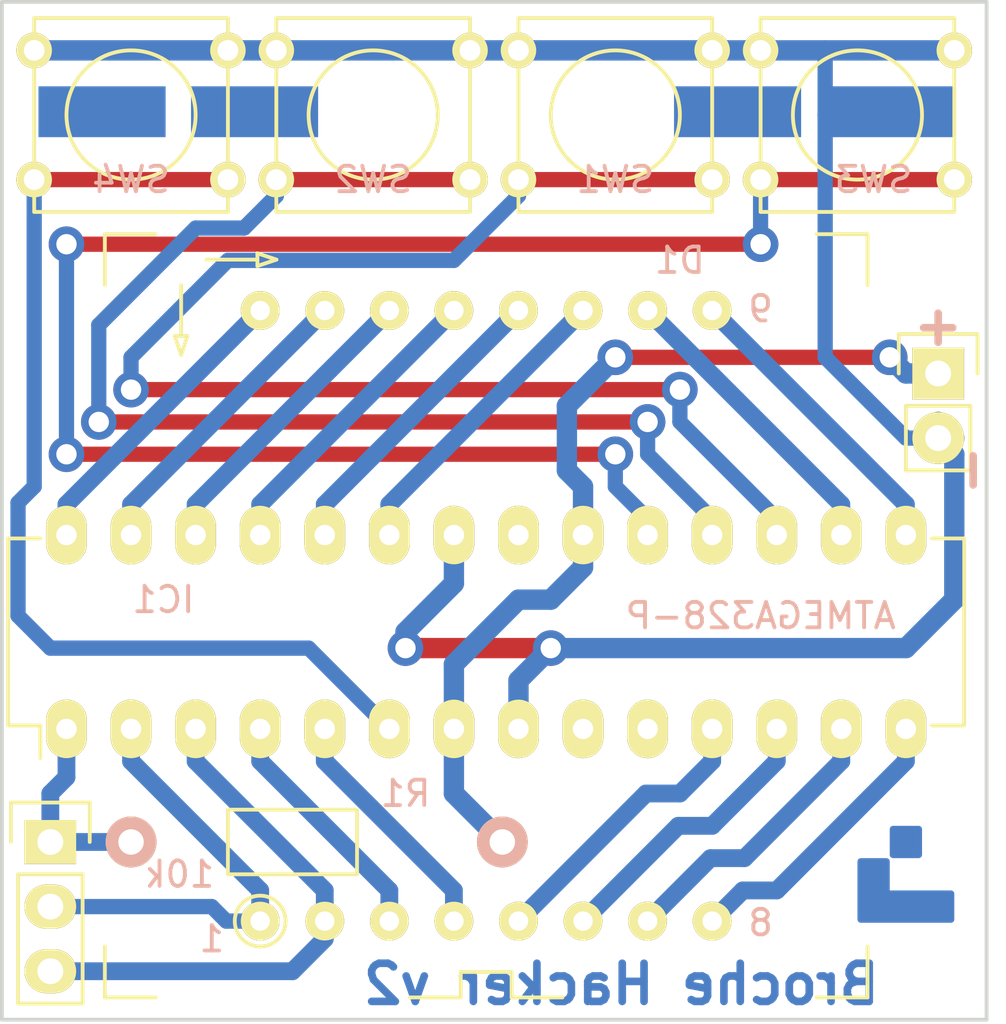
<source format=kicad_pcb>
(kicad_pcb (version 4) (host pcbnew 4.0.2-stable)

  (general
    (links 42)
    (no_connects 0)
    (area 140.941667 101.491 185.76 142.005001)
    (thickness 1.6)
    (drawings 7)
    (tracks 145)
    (zones 0)
    (modules 10)
    (nets 27)
  )

  (page A4)
  (layers
    (0 F.Cu signal)
    (31 B.Cu signal)
    (36 B.SilkS user)
    (37 F.SilkS user)
    (38 B.Mask user hide)
    (39 F.Mask user)
    (44 Edge.Cuts user)
  )

  (setup
    (last_trace_width 0.6)
    (trace_clearance 0.2)
    (zone_clearance 0.508)
    (zone_45_only no)
    (trace_min 0.25)
    (segment_width 0.2)
    (edge_width 0.15)
    (via_size 1.4)
    (via_drill 0.8)
    (via_min_size 0.4)
    (via_min_drill 0.16)
    (uvia_size 0.3)
    (uvia_drill 0.1)
    (uvias_allowed no)
    (uvia_min_size 0.2)
    (uvia_min_drill 0.1)
    (pcb_text_width 0.3)
    (pcb_text_size 1.5 1.5)
    (mod_edge_width 0.15)
    (mod_text_size 1 1)
    (mod_text_width 0.15)
    (pad_size 5 2)
    (pad_drill 0)
    (pad_to_mask_clearance 0.2)
    (aux_axis_origin 0 0)
    (visible_elements 7FFFFFFF)
    (pcbplotparams
      (layerselection 0x01050_80000000)
      (usegerberextensions true)
      (excludeedgelayer true)
      (linewidth 0.100000)
      (plotframeref false)
      (viasonmask false)
      (mode 1)
      (useauxorigin false)
      (hpglpennumber 1)
      (hpglpenspeed 20)
      (hpglpendiameter 15)
      (hpglpenoverlay 2)
      (psnegative false)
      (psa4output false)
      (plotreference true)
      (plotvalue true)
      (plotinvisibletext false)
      (padsonsilk false)
      (subtractmaskfromsilk false)
      (outputformat 1)
      (mirror false)
      (drillshape 0)
      (scaleselection 1)
      (outputdirectory gerbers/))
  )

  (net 0 "")
  (net 1 "Net-(IC1-Pad1)")
  (net 2 GND)
  (net 3 "Net-(IC1-Pad6)")
  (net 4 VCC)
  (net 5 /ROW5)
  (net 6 /ROW7)
  (net 7 /COL2)
  (net 8 /COL3)
  (net 9 /ROW8)
  (net 10 /COL5)
  (net 11 /ROW6)
  (net 12 /ROW3)
  (net 13 /ROW1)
  (net 14 /COL4)
  (net 15 /COL6)
  (net 16 /ROW4)
  (net 17 /COL1)
  (net 18 /ROW2)
  (net 19 /COL7)
  (net 20 /COL8)
  (net 21 "Net-(IC1-Pad17)")
  (net 22 "Net-(IC1-Pad18)")
  (net 23 "Net-(IC1-Pad19)")
  (net 24 "Net-(IC1-Pad21)")
  (net 25 "Net-(IC1-Pad9)")
  (net 26 "Net-(IC1-Pad10)")

  (net_class Default "This is the default net class."
    (clearance 0.2)
    (trace_width 0.6)
    (via_dia 1.4)
    (via_drill 0.8)
    (uvia_dia 0.3)
    (uvia_drill 0.1)
    (add_net /COL1)
    (add_net /COL2)
    (add_net /COL3)
    (add_net /COL4)
    (add_net /COL5)
    (add_net /COL6)
    (add_net /COL7)
    (add_net /COL8)
    (add_net /ROW1)
    (add_net /ROW2)
    (add_net /ROW3)
    (add_net /ROW4)
    (add_net /ROW5)
    (add_net /ROW6)
    (add_net /ROW7)
    (add_net /ROW8)
    (add_net "Net-(IC1-Pad1)")
    (add_net "Net-(IC1-Pad10)")
    (add_net "Net-(IC1-Pad17)")
    (add_net "Net-(IC1-Pad18)")
    (add_net "Net-(IC1-Pad19)")
    (add_net "Net-(IC1-Pad21)")
    (add_net "Net-(IC1-Pad6)")
    (add_net "Net-(IC1-Pad9)")
  )

  (net_class Power ""
    (clearance 0.2)
    (trace_width 0.8)
    (via_dia 1.4)
    (via_drill 0.8)
    (uvia_dia 0.3)
    (uvia_drill 0.1)
    (add_net GND)
    (add_net VCC)
  )

  (module akn_misc:LED_8x8_3MM_32x32MM (layer F.Cu) (tedit 57AA81FE) (tstamp 57A24A62)
    (at 163.195 125.73 90)
    (path /579A7CAA)
    (fp_text reference D1 (at 13.97 7.62 180) (layer B.SilkS)
      (effects (font (size 1 1) (thickness 0.15)) (justify mirror))
    )
    (fp_text value DISP_LED_MAT_8x8_COM_CAT (at -1.27 -19.685 270) (layer F.Fab)
      (effects (font (size 1 1) (thickness 0.15)))
    )
    (fp_line (start -16 16) (end -16 -16) (layer F.Fab) (width 0.15))
    (fp_line (start 16 16) (end -16 16) (layer F.Fab) (width 0.15))
    (fp_line (start 16 -16) (end 16 16) (layer F.Fab) (width 0.15))
    (fp_line (start -16 -16) (end 16 -16) (layer F.Fab) (width 0.15))
    (fp_line (start -15 1) (end -15 3) (layer F.SilkS) (width 0.15))
    (fp_line (start -15 -1) (end -15 -3) (layer F.SilkS) (width 0.15))
    (fp_line (start 15 15) (end 13 15) (layer F.SilkS) (width 0.15))
    (fp_line (start 15 13) (end 15 15) (layer F.SilkS) (width 0.15))
    (fp_line (start -15 15) (end -15 13) (layer F.SilkS) (width 0.15))
    (fp_line (start -13 15) (end -15 15) (layer F.SilkS) (width 0.15))
    (fp_line (start 15 -15) (end 15 -13) (layer F.SilkS) (width 0.15))
    (fp_line (start 13 -15) (end 15 -15) (layer F.SilkS) (width 0.15))
    (fp_line (start -15 -15) (end -13 -15) (layer F.SilkS) (width 0.15))
    (fp_line (start -15 -13) (end -15 -15) (layer F.SilkS) (width 0.15))
    (fp_line (start 13.75 -9) (end 14.25 -9) (layer F.SilkS) (width 0.15))
    (fp_line (start 14.25 -9) (end 14 -8.25) (layer F.SilkS) (width 0.15))
    (fp_line (start 14 -8.25) (end 13.75 -9) (layer F.SilkS) (width 0.15))
    (fp_line (start 11 -11.75) (end 11 -12.25) (layer F.SilkS) (width 0.15))
    (fp_line (start 11 -12.25) (end 10.25 -12) (layer F.SilkS) (width 0.15))
    (fp_line (start 10.25 -12) (end 11 -11.75) (layer F.SilkS) (width 0.15))
    (fp_line (start 14 -11) (end 14 -9) (layer F.SilkS) (width 0.15))
    (fp_line (start 13 -12) (end 11 -12) (layer F.SilkS) (width 0.15))
    (fp_text user 16 (at 12.065 -11.43 180) (layer B.SilkS) hide
      (effects (font (size 1 1) (thickness 0.15)) (justify mirror))
    )
    (fp_text user 9 (at 12.065 10.795 180) (layer B.SilkS)
      (effects (font (size 1 1) (thickness 0.15)) (justify mirror))
    )
    (fp_text user 8 (at -12.065 10.795 180) (layer B.SilkS)
      (effects (font (size 1 1) (thickness 0.15)) (justify mirror))
    )
    (fp_text user 1 (at -12.7 -10.795 180) (layer B.SilkS)
      (effects (font (size 1 1) (thickness 0.15)) (justify mirror))
    )
    (fp_circle (center -12 -8.89) (end -12 -7.89) (layer F.SilkS) (width 0.15))
    (fp_line (start -15 -1) (end -14 -1) (layer F.SilkS) (width 0.15))
    (fp_line (start -14 -1) (end -14 1) (layer F.SilkS) (width 0.15))
    (fp_line (start -14 1) (end -15 1) (layer F.SilkS) (width 0.15))
    (pad 1 thru_hole circle (at -12 -8.89 90) (size 1.524 1.524) (drill 0.762) (layers *.Cu *.Mask F.SilkS)
      (net 5 /ROW5))
    (pad 2 thru_hole circle (at -12 -6.35 90) (size 1.524 1.524) (drill 0.762) (layers *.Cu *.Mask F.SilkS)
      (net 6 /ROW7))
    (pad 3 thru_hole circle (at -12 -3.81 90) (size 1.524 1.524) (drill 0.762) (layers *.Cu *.Mask F.SilkS)
      (net 7 /COL2))
    (pad 4 thru_hole circle (at -12 -1.27 90) (size 1.524 1.524) (drill 0.762) (layers *.Cu *.Mask F.SilkS)
      (net 8 /COL3))
    (pad 5 thru_hole circle (at -12 1.27 90) (size 1.524 1.524) (drill 0.762) (layers *.Cu *.Mask F.SilkS)
      (net 9 /ROW8))
    (pad 6 thru_hole circle (at -12 3.81 90) (size 1.524 1.524) (drill 0.762) (layers *.Cu *.Mask F.SilkS)
      (net 10 /COL5))
    (pad 7 thru_hole circle (at -12 6.35 90) (size 1.524 1.524) (drill 0.762) (layers *.Cu *.Mask F.SilkS)
      (net 11 /ROW6))
    (pad 8 thru_hole circle (at -12 8.89 90) (size 1.524 1.524) (drill 0.762) (layers *.Cu *.Mask F.SilkS)
      (net 12 /ROW3))
    (pad 9 thru_hole circle (at 12 8.89 90) (size 1.524 1.524) (drill 0.762) (layers *.Cu *.Mask F.SilkS)
      (net 13 /ROW1))
    (pad 10 thru_hole circle (at 12 6.35 90) (size 1.524 1.524) (drill 0.762) (layers *.Cu *.Mask F.SilkS)
      (net 14 /COL4))
    (pad 11 thru_hole circle (at 12 3.81 90) (size 1.524 1.524) (drill 0.762) (layers *.Cu *.Mask F.SilkS)
      (net 15 /COL6))
    (pad 12 thru_hole circle (at 12 1.27 90) (size 1.524 1.524) (drill 0.762) (layers *.Cu *.Mask F.SilkS)
      (net 16 /ROW4))
    (pad 13 thru_hole circle (at 12 -1.27 90) (size 1.524 1.524) (drill 0.762) (layers *.Cu *.Mask F.SilkS)
      (net 17 /COL1))
    (pad 14 thru_hole circle (at 12 -3.81 90) (size 1.524 1.524) (drill 0.762) (layers *.Cu *.Mask F.SilkS)
      (net 18 /ROW2))
    (pad 15 thru_hole circle (at 12 -6.35 90) (size 1.524 1.524) (drill 0.762) (layers *.Cu *.Mask F.SilkS)
      (net 19 /COL7))
    (pad 16 thru_hole circle (at 12 -8.89 90) (size 1.524 1.524) (drill 0.762) (layers *.Cu *.Mask F.SilkS)
      (net 20 /COL8))
  )

  (module Housings_DIP:DIP-28_W7.62mm_LongPads (layer F.Cu) (tedit 57A93566) (tstamp 57A24A82)
    (at 146.685 130.175 90)
    (descr "28-lead dip package, row spacing 7.62 mm (300 mils), longer pads")
    (tags "dil dip 2.54 300")
    (path /57A2427A)
    (fp_text reference IC1 (at 5.08 3.81 180) (layer B.SilkS)
      (effects (font (size 1 1) (thickness 0.15)) (justify mirror))
    )
    (fp_text value ATMEGA328-P (at 4.445 27.305 180) (layer B.SilkS)
      (effects (font (size 1 1) (thickness 0.15)) (justify mirror))
    )
    (fp_line (start -1.4 -2.45) (end -1.4 35.5) (layer F.CrtYd) (width 0.05))
    (fp_line (start 9 -2.45) (end 9 35.5) (layer F.CrtYd) (width 0.05))
    (fp_line (start -1.4 -2.45) (end 9 -2.45) (layer F.CrtYd) (width 0.05))
    (fp_line (start -1.4 35.5) (end 9 35.5) (layer F.CrtYd) (width 0.05))
    (fp_line (start 0.135 -2.295) (end 0.135 -1.025) (layer F.SilkS) (width 0.15))
    (fp_line (start 7.485 -2.295) (end 7.485 -1.025) (layer F.SilkS) (width 0.15))
    (fp_line (start 7.485 35.315) (end 7.485 34.045) (layer F.SilkS) (width 0.15))
    (fp_line (start 0.135 35.315) (end 0.135 34.045) (layer F.SilkS) (width 0.15))
    (fp_line (start 0.135 -2.295) (end 7.485 -2.295) (layer F.SilkS) (width 0.15))
    (fp_line (start 0.135 35.315) (end 7.485 35.315) (layer F.SilkS) (width 0.15))
    (fp_line (start 0.135 -1.025) (end -1.15 -1.025) (layer F.SilkS) (width 0.15))
    (pad 1 thru_hole oval (at 0 0 90) (size 2.3 1.6) (drill 0.8) (layers *.Cu *.Mask F.SilkS)
      (net 1 "Net-(IC1-Pad1)"))
    (pad 2 thru_hole oval (at 0 2.54 90) (size 2.3 1.6) (drill 0.8) (layers *.Cu *.Mask F.SilkS)
      (net 5 /ROW5))
    (pad 3 thru_hole oval (at 0 5.08 90) (size 2.3 1.6) (drill 0.8) (layers *.Cu *.Mask F.SilkS)
      (net 6 /ROW7))
    (pad 4 thru_hole oval (at 0 7.62 90) (size 2.3 1.6) (drill 0.8) (layers *.Cu *.Mask F.SilkS)
      (net 7 /COL2))
    (pad 5 thru_hole oval (at 0 10.16 90) (size 2.3 1.6) (drill 0.8) (layers *.Cu *.Mask F.SilkS)
      (net 8 /COL3))
    (pad 6 thru_hole oval (at 0 12.7 90) (size 2.3 1.6) (drill 0.8) (layers *.Cu *.Mask F.SilkS)
      (net 3 "Net-(IC1-Pad6)"))
    (pad 7 thru_hole oval (at 0 15.24 90) (size 2.3 1.6) (drill 0.8) (layers *.Cu *.Mask F.SilkS)
      (net 4 VCC))
    (pad 8 thru_hole oval (at 0 17.78 90) (size 2.3 1.6) (drill 0.8) (layers *.Cu *.Mask F.SilkS)
      (net 2 GND))
    (pad 9 thru_hole oval (at 0 20.32 90) (size 2.3 1.6) (drill 0.8) (layers *.Cu *.Mask F.SilkS)
      (net 25 "Net-(IC1-Pad9)"))
    (pad 10 thru_hole oval (at 0 22.86 90) (size 2.3 1.6) (drill 0.8) (layers *.Cu *.Mask F.SilkS)
      (net 26 "Net-(IC1-Pad10)"))
    (pad 11 thru_hole oval (at 0 25.4 90) (size 2.3 1.6) (drill 0.8) (layers *.Cu *.Mask F.SilkS)
      (net 9 /ROW8))
    (pad 12 thru_hole oval (at 0 27.94 90) (size 2.3 1.6) (drill 0.8) (layers *.Cu *.Mask F.SilkS)
      (net 10 /COL5))
    (pad 13 thru_hole oval (at 0 30.48 90) (size 2.3 1.6) (drill 0.8) (layers *.Cu *.Mask F.SilkS)
      (net 11 /ROW6))
    (pad 14 thru_hole oval (at 0 33.02 90) (size 2.3 1.6) (drill 0.8) (layers *.Cu *.Mask F.SilkS)
      (net 12 /ROW3))
    (pad 15 thru_hole oval (at 7.62 33.02 90) (size 2.3 1.6) (drill 0.8) (layers *.Cu *.Mask F.SilkS)
      (net 13 /ROW1))
    (pad 16 thru_hole oval (at 7.62 30.48 90) (size 2.3 1.6) (drill 0.8) (layers *.Cu *.Mask F.SilkS)
      (net 14 /COL4))
    (pad 17 thru_hole oval (at 7.62 27.94 90) (size 2.3 1.6) (drill 0.8) (layers *.Cu *.Mask F.SilkS)
      (net 21 "Net-(IC1-Pad17)"))
    (pad 18 thru_hole oval (at 7.62 25.4 90) (size 2.3 1.6) (drill 0.8) (layers *.Cu *.Mask F.SilkS)
      (net 22 "Net-(IC1-Pad18)"))
    (pad 19 thru_hole oval (at 7.62 22.86 90) (size 2.3 1.6) (drill 0.8) (layers *.Cu *.Mask F.SilkS)
      (net 23 "Net-(IC1-Pad19)"))
    (pad 20 thru_hole oval (at 7.62 20.32 90) (size 2.3 1.6) (drill 0.8) (layers *.Cu *.Mask F.SilkS)
      (net 4 VCC))
    (pad 21 thru_hole oval (at 7.62 17.78 90) (size 2.3 1.6) (drill 0.8) (layers *.Cu *.Mask F.SilkS)
      (net 24 "Net-(IC1-Pad21)"))
    (pad 22 thru_hole oval (at 7.62 15.24 90) (size 2.3 1.6) (drill 0.8) (layers *.Cu *.Mask F.SilkS)
      (net 2 GND))
    (pad 23 thru_hole oval (at 7.62 12.7 90) (size 2.3 1.6) (drill 0.8) (layers *.Cu *.Mask F.SilkS)
      (net 15 /COL6))
    (pad 24 thru_hole oval (at 7.62 10.16 90) (size 2.3 1.6) (drill 0.8) (layers *.Cu *.Mask F.SilkS)
      (net 16 /ROW4))
    (pad 25 thru_hole oval (at 7.62 7.62 90) (size 2.3 1.6) (drill 0.8) (layers *.Cu *.Mask F.SilkS)
      (net 17 /COL1))
    (pad 26 thru_hole oval (at 7.62 5.08 90) (size 2.3 1.6) (drill 0.8) (layers *.Cu *.Mask F.SilkS)
      (net 18 /ROW2))
    (pad 27 thru_hole oval (at 7.62 2.54 90) (size 2.3 1.6) (drill 0.8) (layers *.Cu *.Mask F.SilkS)
      (net 19 /COL7))
    (pad 28 thru_hole oval (at 7.62 0 90) (size 2.3 1.6) (drill 0.8) (layers *.Cu *.Mask F.SilkS)
      (net 20 /COL8))
    (model Housings_DIP.3dshapes/DIP-28_W7.62mm_LongPads.wrl
      (at (xyz 0 0 0))
      (scale (xyz 1 1 1))
      (rotate (xyz 0 0 0))
    )
  )

  (module Pin_Headers:Pin_Header_Straight_1x02 (layer F.Cu) (tedit 57A25FE8) (tstamp 57A24A88)
    (at 180.975 116.205)
    (descr "Through hole pin header")
    (tags "pin header")
    (path /579A841D)
    (fp_text reference P1 (at 0 -3.175) (layer F.SilkS) hide
      (effects (font (size 1 1) (thickness 0.15)))
    )
    (fp_text value CONN_01X02 (at 3.81 0.635 90) (layer F.Fab)
      (effects (font (size 1 1) (thickness 0.15)))
    )
    (fp_line (start 1.27 1.27) (end 1.27 3.81) (layer F.SilkS) (width 0.15))
    (fp_line (start 1.55 -1.55) (end 1.55 0) (layer F.SilkS) (width 0.15))
    (fp_line (start -1.75 -1.75) (end -1.75 4.3) (layer F.CrtYd) (width 0.05))
    (fp_line (start 1.75 -1.75) (end 1.75 4.3) (layer F.CrtYd) (width 0.05))
    (fp_line (start -1.75 -1.75) (end 1.75 -1.75) (layer F.CrtYd) (width 0.05))
    (fp_line (start -1.75 4.3) (end 1.75 4.3) (layer F.CrtYd) (width 0.05))
    (fp_line (start 1.27 1.27) (end -1.27 1.27) (layer F.SilkS) (width 0.15))
    (fp_line (start -1.55 0) (end -1.55 -1.55) (layer F.SilkS) (width 0.15))
    (fp_line (start -1.55 -1.55) (end 1.55 -1.55) (layer F.SilkS) (width 0.15))
    (fp_line (start -1.27 1.27) (end -1.27 3.81) (layer F.SilkS) (width 0.15))
    (fp_line (start -1.27 3.81) (end 1.27 3.81) (layer F.SilkS) (width 0.15))
    (pad 1 thru_hole rect (at 0 0) (size 2.032 2.032) (drill 1.016) (layers *.Cu *.Mask F.SilkS)
      (net 4 VCC))
    (pad 2 thru_hole oval (at 0 2.54) (size 2.032 2.032) (drill 1.016) (layers *.Cu *.Mask F.SilkS)
      (net 2 GND))
    (model Pin_Headers.3dshapes/Pin_Header_Straight_1x02.wrl
      (at (xyz 0 -0.05 0))
      (scale (xyz 1 1 1))
      (rotate (xyz 0 0 90))
    )
  )

  (module Resistors_ThroughHole:Resistor_Horizontal_RM7mm (layer F.Cu) (tedit 57CF9CCB) (tstamp 57A24A8E)
    (at 159.385 134.62 180)
    (descr "Resistor, Axial,  RM 7.62mm, 1/3W,")
    (tags "Resistor Axial RM 7.62mm 1/3W R3")
    (path /57A24E82)
    (fp_text reference R1 (at -0.635 1.905 180) (layer B.SilkS)
      (effects (font (size 1 1) (thickness 0.15)) (justify mirror))
    )
    (fp_text value 10k (at 8.255 -1.27 180) (layer B.SilkS)
      (effects (font (size 1 1) (thickness 0.15)) (justify mirror))
    )
    (fp_line (start -1.25 -1.5) (end 8.85 -1.5) (layer F.CrtYd) (width 0.05))
    (fp_line (start -1.25 1.5) (end -1.25 -1.5) (layer F.CrtYd) (width 0.05))
    (fp_line (start 8.85 -1.5) (end 8.85 1.5) (layer F.CrtYd) (width 0.05))
    (fp_line (start -1.25 1.5) (end 8.85 1.5) (layer F.CrtYd) (width 0.05))
    (fp_line (start 1.27 -1.27) (end 6.35 -1.27) (layer F.SilkS) (width 0.15))
    (fp_line (start 6.35 -1.27) (end 6.35 1.27) (layer F.SilkS) (width 0.15))
    (fp_line (start 6.35 1.27) (end 1.27 1.27) (layer F.SilkS) (width 0.15))
    (fp_line (start 1.27 1.27) (end 1.27 -1.27) (layer F.SilkS) (width 0.15))
    (pad 1 thru_hole circle (at -4.445 0 180) (size 1.99898 1.99898) (drill 1.00076) (layers *.Cu *.SilkS *.Mask)
      (net 4 VCC))
    (pad 2 thru_hole circle (at 10.16 0 180) (size 1.99898 1.99898) (drill 1.00076) (layers *.Cu *.SilkS *.Mask)
      (net 1 "Net-(IC1-Pad1)"))
  )

  (module Pin_Headers:Pin_Header_Straight_1x03 (layer F.Cu) (tedit 57A933B6) (tstamp 57A92AD3)
    (at 146.05 134.62)
    (descr "Through hole pin header")
    (tags "pin header")
    (path /57A92B5E)
    (fp_text reference P2 (at 0 -5.1) (layer F.SilkS) hide
      (effects (font (size 1 1) (thickness 0.15)))
    )
    (fp_text value CONN_01X03 (at 0 -3.1) (layer F.Fab)
      (effects (font (size 1 1) (thickness 0.15)))
    )
    (fp_line (start -1.75 -1.75) (end -1.75 6.85) (layer F.CrtYd) (width 0.05))
    (fp_line (start 1.75 -1.75) (end 1.75 6.85) (layer F.CrtYd) (width 0.05))
    (fp_line (start -1.75 -1.75) (end 1.75 -1.75) (layer F.CrtYd) (width 0.05))
    (fp_line (start -1.75 6.85) (end 1.75 6.85) (layer F.CrtYd) (width 0.05))
    (fp_line (start -1.27 1.27) (end -1.27 6.35) (layer F.SilkS) (width 0.15))
    (fp_line (start -1.27 6.35) (end 1.27 6.35) (layer F.SilkS) (width 0.15))
    (fp_line (start 1.27 6.35) (end 1.27 1.27) (layer F.SilkS) (width 0.15))
    (fp_line (start 1.55 -1.55) (end 1.55 0) (layer F.SilkS) (width 0.15))
    (fp_line (start 1.27 1.27) (end -1.27 1.27) (layer F.SilkS) (width 0.15))
    (fp_line (start -1.55 0) (end -1.55 -1.55) (layer F.SilkS) (width 0.15))
    (fp_line (start -1.55 -1.55) (end 1.55 -1.55) (layer F.SilkS) (width 0.15))
    (pad 1 thru_hole rect (at 0 0) (size 2.032 1.7272) (drill 1.016) (layers *.Cu *.Mask F.SilkS)
      (net 1 "Net-(IC1-Pad1)"))
    (pad 2 thru_hole oval (at 0 2.54) (size 2.032 1.7272) (drill 1.016) (layers *.Cu *.Mask F.SilkS)
      (net 5 /ROW5))
    (pad 3 thru_hole oval (at 0 5.08) (size 2.032 1.7272) (drill 1.016) (layers *.Cu *.Mask F.SilkS)
      (net 6 /ROW7))
    (model Pin_Headers.3dshapes/Pin_Header_Straight_1x03.wrl
      (at (xyz 0 -0.1 0))
      (scale (xyz 1 1 1))
      (rotate (xyz 0 0 90))
    )
  )

  (module Buttons_Switches_ThroughHole:SW_PUSH_SMALL (layer F.Cu) (tedit 57AA821D) (tstamp 57A92ADB)
    (at 168.275 106.045 180)
    (path /57A928C7)
    (fp_text reference SW1 (at 0 -2.54 180) (layer B.SilkS)
      (effects (font (size 1 1) (thickness 0.15)) (justify mirror))
    )
    (fp_text value SW_PUSH (at 0 1.016 180) (layer F.Fab)
      (effects (font (size 1 1) (thickness 0.15)))
    )
    (fp_circle (center 0 0) (end 0 -2.54) (layer F.SilkS) (width 0.15))
    (fp_line (start -3.81 -3.81) (end 3.81 -3.81) (layer F.SilkS) (width 0.15))
    (fp_line (start 3.81 -3.81) (end 3.81 3.81) (layer F.SilkS) (width 0.15))
    (fp_line (start 3.81 3.81) (end -3.81 3.81) (layer F.SilkS) (width 0.15))
    (fp_line (start -3.81 -3.81) (end -3.81 3.81) (layer F.SilkS) (width 0.15))
    (pad 1 thru_hole circle (at 3.81 -2.54 180) (size 1.397 1.397) (drill 0.8128) (layers *.Cu *.Mask F.SilkS)
      (net 21 "Net-(IC1-Pad17)"))
    (pad 2 thru_hole circle (at 3.81 2.54 180) (size 1.397 1.397) (drill 0.8128) (layers *.Cu *.Mask F.SilkS)
      (net 2 GND))
    (pad 1 thru_hole circle (at -3.81 -2.54 180) (size 1.397 1.397) (drill 0.8128) (layers *.Cu *.Mask F.SilkS)
      (net 21 "Net-(IC1-Pad17)"))
    (pad 2 thru_hole circle (at -3.81 2.54 180) (size 1.397 1.397) (drill 0.8128) (layers *.Cu *.Mask F.SilkS)
      (net 2 GND))
  )

  (module Buttons_Switches_ThroughHole:SW_PUSH_SMALL (layer F.Cu) (tedit 57AA8222) (tstamp 57A92AE3)
    (at 158.75 106.045 180)
    (path /57A92895)
    (fp_text reference SW2 (at 0 -2.54 180) (layer B.SilkS)
      (effects (font (size 1 1) (thickness 0.15)) (justify mirror))
    )
    (fp_text value SW_PUSH (at 0 1.016 180) (layer F.Fab)
      (effects (font (size 1 1) (thickness 0.15)))
    )
    (fp_circle (center 0 0) (end 0 -2.54) (layer F.SilkS) (width 0.15))
    (fp_line (start -3.81 -3.81) (end 3.81 -3.81) (layer F.SilkS) (width 0.15))
    (fp_line (start 3.81 -3.81) (end 3.81 3.81) (layer F.SilkS) (width 0.15))
    (fp_line (start 3.81 3.81) (end -3.81 3.81) (layer F.SilkS) (width 0.15))
    (fp_line (start -3.81 -3.81) (end -3.81 3.81) (layer F.SilkS) (width 0.15))
    (pad 1 thru_hole circle (at 3.81 -2.54 180) (size 1.397 1.397) (drill 0.8128) (layers *.Cu *.Mask F.SilkS)
      (net 22 "Net-(IC1-Pad18)"))
    (pad 2 thru_hole circle (at 3.81 2.54 180) (size 1.397 1.397) (drill 0.8128) (layers *.Cu *.Mask F.SilkS)
      (net 2 GND))
    (pad 1 thru_hole circle (at -3.81 -2.54 180) (size 1.397 1.397) (drill 0.8128) (layers *.Cu *.Mask F.SilkS)
      (net 22 "Net-(IC1-Pad18)"))
    (pad 2 thru_hole circle (at -3.81 2.54 180) (size 1.397 1.397) (drill 0.8128) (layers *.Cu *.Mask F.SilkS)
      (net 2 GND))
  )

  (module Buttons_Switches_ThroughHole:SW_PUSH_SMALL (layer F.Cu) (tedit 57CF9CD7) (tstamp 57A92AEB)
    (at 177.8 106.045 180)
    (path /57A92846)
    (fp_text reference SW3 (at -0.635 -2.54 180) (layer B.SilkS)
      (effects (font (size 1 1) (thickness 0.15)) (justify mirror))
    )
    (fp_text value SW_PUSH (at 0 1.016 180) (layer F.Fab)
      (effects (font (size 1 1) (thickness 0.15)))
    )
    (fp_circle (center 0 0) (end 0 -2.54) (layer F.SilkS) (width 0.15))
    (fp_line (start -3.81 -3.81) (end 3.81 -3.81) (layer F.SilkS) (width 0.15))
    (fp_line (start 3.81 -3.81) (end 3.81 3.81) (layer F.SilkS) (width 0.15))
    (fp_line (start 3.81 3.81) (end -3.81 3.81) (layer F.SilkS) (width 0.15))
    (fp_line (start -3.81 -3.81) (end -3.81 3.81) (layer F.SilkS) (width 0.15))
    (pad 1 thru_hole circle (at 3.81 -2.54 180) (size 1.397 1.397) (drill 0.8128) (layers *.Cu *.Mask F.SilkS)
      (net 23 "Net-(IC1-Pad19)"))
    (pad 2 thru_hole circle (at 3.81 2.54 180) (size 1.397 1.397) (drill 0.8128) (layers *.Cu *.Mask F.SilkS)
      (net 2 GND))
    (pad 1 thru_hole circle (at -3.81 -2.54 180) (size 1.397 1.397) (drill 0.8128) (layers *.Cu *.Mask F.SilkS)
      (net 23 "Net-(IC1-Pad19)"))
    (pad 2 thru_hole circle (at -3.81 2.54 180) (size 1.397 1.397) (drill 0.8128) (layers *.Cu *.Mask F.SilkS)
      (net 2 GND))
  )

  (module Buttons_Switches_ThroughHole:SW_PUSH_SMALL (layer F.Cu) (tedit 57AA8227) (tstamp 57A92AF3)
    (at 149.225 106.045 180)
    (path /57A927FF)
    (fp_text reference SW4 (at 0 -2.54 180) (layer B.SilkS)
      (effects (font (size 1 1) (thickness 0.15)) (justify mirror))
    )
    (fp_text value SW_PUSH (at 0 1.016 180) (layer F.Fab)
      (effects (font (size 1 1) (thickness 0.15)))
    )
    (fp_circle (center 0 0) (end 0 -2.54) (layer F.SilkS) (width 0.15))
    (fp_line (start -3.81 -3.81) (end 3.81 -3.81) (layer F.SilkS) (width 0.15))
    (fp_line (start 3.81 -3.81) (end 3.81 3.81) (layer F.SilkS) (width 0.15))
    (fp_line (start 3.81 3.81) (end -3.81 3.81) (layer F.SilkS) (width 0.15))
    (fp_line (start -3.81 -3.81) (end -3.81 3.81) (layer F.SilkS) (width 0.15))
    (pad 1 thru_hole circle (at 3.81 -2.54 180) (size 1.397 1.397) (drill 0.8128) (layers *.Cu *.Mask F.SilkS)
      (net 3 "Net-(IC1-Pad6)"))
    (pad 2 thru_hole circle (at 3.81 2.54 180) (size 1.397 1.397) (drill 0.8128) (layers *.Cu *.Mask F.SilkS)
      (net 2 GND))
    (pad 1 thru_hole circle (at -3.81 -2.54 180) (size 1.397 1.397) (drill 0.8128) (layers *.Cu *.Mask F.SilkS)
      (net 3 "Net-(IC1-Pad6)"))
    (pad 2 thru_hole circle (at -3.81 2.54 180) (size 1.397 1.397) (drill 0.8128) (layers *.Cu *.Mask F.SilkS)
      (net 2 GND))
  )

  (module safety_pin:safety_pin_2.5_3.5_4.5mm (layer B.Cu) (tedit 57AA81E4) (tstamp 57AA7CAD)
    (at 164.084 105.918)
    (fp_text reference REF** (at 0 0) (layer B.SilkS) hide
      (effects (font (size 1 1) (thickness 0.15)) (justify mirror))
    )
    (fp_text value safety_pin_2.5_3.5_4.5mm (at 0.508 -3.302) (layer B.Fab)
      (effects (font (size 1 1) (thickness 0.15)) (justify mirror))
    )
    (pad 1 smd rect (at -16 0) (size 5 2) (layers B.Cu B.Mask))
    (pad 1 smd rect (at 15 0) (size 5 2) (layers B.Cu B.Mask)
      (net 2 GND))
    (pad 1 smd rect (at 9 0) (size 5 2) (layers B.Cu B.Mask))
    (pad 1 smd rect (at -10 0) (size 5 2) (layers B.Cu B.Mask))
  )

  (gr_line (start 182.88 141.605) (end 182.88 101.6) (angle 90) (layer Edge.Cuts) (width 0.15))
  (gr_line (start 144.145 101.6) (end 144.145 141.605) (angle 90) (layer Edge.Cuts) (width 0.15))
  (gr_line (start 182.88 101.6) (end 144.145 101.6) (angle 90) (layer Edge.Cuts) (width 0.15))
  (gr_line (start 182.88 141.605) (end 144.145 141.605) (angle 90) (layer Edge.Cuts) (width 0.15))
  (gr_text - (at 182.245 120.015 90) (layer B.SilkS)
    (effects (font (size 1.5 1.5) (thickness 0.3)) (justify mirror))
  )
  (gr_text + (at 180.975 114.3) (layer B.SilkS)
    (effects (font (size 1.5 1.5) (thickness 0.3)) (justify mirror))
  )
  (gr_text "Broche Hacker v2" (at 178.816 140.208) (layer B.Cu)
    (effects (font (size 1.5 1.5) (thickness 0.3)) (justify left mirror))
  )

  (segment (start 146.685 130.175) (end 146.685 132.08) (width 0.7) (layer B.Cu) (net 1) (status 10))
  (segment (start 146.05 132.715) (end 146.05 134.62) (width 0.7) (layer B.Cu) (net 1) (tstamp 57CF95F7))
  (segment (start 146.685 132.08) (end 146.05 132.715) (width 0.7) (layer B.Cu) (net 1) (tstamp 57CF95F6))
  (segment (start 149.225 134.62) (end 146.05 134.62) (width 0.7) (layer B.Cu) (net 1))
  (segment (start 176.53 106.045) (end 178.957 106.045) (width 0.6) (layer B.Cu) (net 2))
  (segment (start 178.957 106.045) (end 179.084 105.918) (width 0.6) (layer B.Cu) (net 2) (tstamp 57CF9B8E))
  (segment (start 180.975 118.745) (end 179.705 118.745) (width 0.6) (layer B.Cu) (net 2))
  (segment (start 176.53 115.57) (end 176.53 106.045) (width 0.6) (layer B.Cu) (net 2) (tstamp 57CF9B84))
  (segment (start 176.53 106.045) (end 176.53 103.505) (width 0.6) (layer B.Cu) (net 2) (tstamp 57CF9B8C))
  (segment (start 179.705 118.745) (end 176.53 115.57) (width 0.6) (layer B.Cu) (net 2) (tstamp 57CF9B7F))
  (segment (start 180.975 118.745) (end 181.61 119.38) (width 0.8) (layer B.Cu) (net 2))
  (segment (start 181.61 119.38) (end 181.61 125.095) (width 0.8) (layer B.Cu) (net 2) (tstamp 57CF9A7F))
  (segment (start 179.705 127) (end 165.735 127) (width 0.8) (layer B.Cu) (net 2) (tstamp 57CF9A84))
  (segment (start 181.61 125.095) (end 179.705 127) (width 0.8) (layer B.Cu) (net 2) (tstamp 57CF9A81))
  (segment (start 160.02 127) (end 160.02 126.365) (width 0.8) (layer B.Cu) (net 2))
  (segment (start 160.02 126.365) (end 161.925 124.46) (width 0.8) (layer B.Cu) (net 2) (tstamp 57CF9978))
  (segment (start 161.925 122.555) (end 161.925 124.46) (width 0.8) (layer B.Cu) (net 2) (status 10))
  (segment (start 164.465 128.27) (end 164.465 130.175) (width 0.8) (layer B.Cu) (net 2) (tstamp 57CF996A) (status 20))
  (segment (start 165.735 127) (end 164.465 128.27) (width 0.8) (layer B.Cu) (net 2) (tstamp 57CF9969))
  (via (at 165.735 127) (size 1.4) (drill 0.8) (layers F.Cu B.Cu) (net 2))
  (segment (start 160.655 127) (end 165.735 127) (width 0.8) (layer F.Cu) (net 2) (tstamp 57CF9965))
  (segment (start 160.02 127) (end 160.655 127) (width 0.8) (layer F.Cu) (net 2) (tstamp 57CF9964))
  (via (at 160.02 127) (size 1.4) (drill 0.8) (layers F.Cu B.Cu) (net 2))
  (segment (start 153.035 103.505) (end 145.415 103.505) (width 0.8) (layer B.Cu) (net 2))
  (segment (start 154.94 103.505) (end 153.035 103.505) (width 0.8) (layer B.Cu) (net 2))
  (segment (start 162.56 103.505) (end 154.94 103.505) (width 0.8) (layer B.Cu) (net 2))
  (segment (start 164.465 103.505) (end 162.56 103.505) (width 0.8) (layer B.Cu) (net 2))
  (segment (start 172.085 103.505) (end 164.465 103.505) (width 0.8) (layer B.Cu) (net 2))
  (segment (start 173.99 103.505) (end 172.085 103.505) (width 0.8) (layer B.Cu) (net 2))
  (segment (start 176.53 103.505) (end 173.99 103.505) (width 0.8) (layer B.Cu) (net 2))
  (segment (start 176.53 103.505) (end 181.61 103.505) (width 0.8) (layer B.Cu) (net 2) (tstamp 57CF9796))
  (segment (start 181.61 118.745) (end 180.975 118.11) (width 0.8) (layer B.Cu) (net 2) (tstamp 57CF99F6))
  (segment (start 180.975 118.11) (end 180.975 118.745) (width 0.8) (layer B.Cu) (net 2))
  (segment (start 153.035 108.585) (end 145.415 108.585) (width 0.6) (layer F.Cu) (net 3))
  (segment (start 145.415 108.585) (end 145.415 120.65) (width 0.6) (layer B.Cu) (net 3))
  (segment (start 156.21 127) (end 159.385 130.175) (width 0.6) (layer B.Cu) (net 3) (tstamp 57CF9682) (status 20))
  (segment (start 146.05 127) (end 156.21 127) (width 0.6) (layer B.Cu) (net 3) (tstamp 57CF967E))
  (segment (start 144.78 125.73) (end 146.05 127) (width 0.6) (layer B.Cu) (net 3) (tstamp 57CF967C))
  (segment (start 144.78 121.285) (end 144.78 125.73) (width 0.6) (layer B.Cu) (net 3) (tstamp 57CF9679))
  (segment (start 145.415 120.65) (end 144.78 121.285) (width 0.6) (layer B.Cu) (net 3) (tstamp 57CF9674))
  (segment (start 168.275 115.57) (end 166.37 117.475) (width 0.8) (layer B.Cu) (net 4))
  (segment (start 166.37 117.475) (end 166.37 120.015) (width 0.8) (layer B.Cu) (net 4) (tstamp 57CF9C3B))
  (segment (start 166.37 120.015) (end 167.005 120.65) (width 0.8) (layer B.Cu) (net 4) (tstamp 57CF9C3D))
  (segment (start 167.005 120.65) (end 167.005 122.555) (width 0.8) (layer B.Cu) (net 4) (tstamp 57CF9C41) (status 20))
  (segment (start 179.07 115.57) (end 179.705 116.205) (width 0.8) (layer B.Cu) (net 4))
  (segment (start 179.705 116.205) (end 180.975 116.205) (width 0.8) (layer B.Cu) (net 4) (tstamp 57CF9C2E))
  (via (at 179.07 115.57) (size 1.4) (drill 0.8) (layers F.Cu B.Cu) (net 4))
  (segment (start 168.275 115.57) (end 179.07 115.57) (width 0.6) (layer F.Cu) (net 4) (tstamp 57CF9B73))
  (via (at 168.275 115.57) (size 1.4) (drill 0.8) (layers F.Cu B.Cu) (net 4))
  (segment (start 161.925 130.175) (end 161.925 127.635) (width 0.8) (layer B.Cu) (net 4) (status 10))
  (segment (start 167.005 123.825) (end 167.005 122.555) (width 0.8) (layer B.Cu) (net 4) (tstamp 57CF995B) (status 20))
  (segment (start 165.735 125.095) (end 167.005 123.825) (width 0.8) (layer B.Cu) (net 4) (tstamp 57CF9959))
  (segment (start 164.465 125.095) (end 165.735 125.095) (width 0.8) (layer B.Cu) (net 4) (tstamp 57CF9958))
  (segment (start 161.925 127.635) (end 164.465 125.095) (width 0.8) (layer B.Cu) (net 4) (tstamp 57CF9953))
  (segment (start 161.925 130.175) (end 161.925 132.715) (width 0.8) (layer B.Cu) (net 4) (status 10))
  (segment (start 161.925 132.715) (end 163.83 134.62) (width 0.8) (layer B.Cu) (net 4) (tstamp 57CF9584))
  (segment (start 154.305 137.73) (end 152.97 137.73) (width 0.6) (layer B.Cu) (net 5))
  (segment (start 152.4 137.16) (end 146.05 137.16) (width 0.6) (layer B.Cu) (net 5) (tstamp 57CF9CBD))
  (segment (start 152.97 137.73) (end 152.4 137.16) (width 0.6) (layer B.Cu) (net 5) (tstamp 57CF9CBB))
  (segment (start 149.225 130.175) (end 149.225 131.445) (width 0.7) (layer B.Cu) (net 5) (status 10))
  (segment (start 154.305 136.525) (end 154.305 137.73) (width 0.7) (layer B.Cu) (net 5) (tstamp 57CF9571))
  (segment (start 149.225 131.445) (end 154.305 136.525) (width 0.7) (layer B.Cu) (net 5) (tstamp 57CF956F))
  (segment (start 146.05 139.7) (end 155.575 139.7) (width 0.7) (layer B.Cu) (net 6))
  (segment (start 155.575 139.7) (end 156.845 138.43) (width 0.7) (layer B.Cu) (net 6) (tstamp 57CF95EE))
  (segment (start 156.845 138.43) (end 156.845 137.73) (width 0.7) (layer B.Cu) (net 6) (tstamp 57CF95F1))
  (segment (start 151.765 130.175) (end 151.765 131.445) (width 0.7) (layer B.Cu) (net 6) (status 10))
  (segment (start 156.845 136.525) (end 156.845 137.73) (width 0.7) (layer B.Cu) (net 6) (tstamp 57CF9579))
  (segment (start 151.765 131.445) (end 156.845 136.525) (width 0.7) (layer B.Cu) (net 6) (tstamp 57CF9577))
  (segment (start 154.305 130.175) (end 154.305 131.445) (width 0.7) (layer B.Cu) (net 7) (status 10))
  (segment (start 159.385 136.525) (end 159.385 137.73) (width 0.7) (layer B.Cu) (net 7) (tstamp 57CF957D))
  (segment (start 154.305 131.445) (end 159.385 136.525) (width 0.7) (layer B.Cu) (net 7) (tstamp 57CF957C))
  (segment (start 156.845 130.175) (end 156.845 131.445) (width 0.7) (layer B.Cu) (net 8) (status 10))
  (segment (start 161.925 136.525) (end 161.925 137.73) (width 0.7) (layer B.Cu) (net 8) (tstamp 57CF9581))
  (segment (start 156.845 131.445) (end 161.925 136.525) (width 0.7) (layer B.Cu) (net 8) (tstamp 57CF9580))
  (segment (start 172.085 130.175) (end 172.085 131.445) (width 0.7) (layer B.Cu) (net 9) (status 10))
  (segment (start 169.48 132.715) (end 164.465 137.73) (width 0.7) (layer B.Cu) (net 9) (tstamp 57CF95CA))
  (segment (start 170.815 132.715) (end 169.48 132.715) (width 0.7) (layer B.Cu) (net 9) (tstamp 57CF95C8))
  (segment (start 172.085 131.445) (end 170.815 132.715) (width 0.7) (layer B.Cu) (net 9) (tstamp 57CF95C2))
  (segment (start 174.625 130.175) (end 174.625 131.445) (width 0.7) (layer B.Cu) (net 10) (status 10))
  (segment (start 170.75 133.985) (end 167.005 137.73) (width 0.7) (layer B.Cu) (net 10) (tstamp 57CF95D2))
  (segment (start 172.085 133.985) (end 170.75 133.985) (width 0.7) (layer B.Cu) (net 10) (tstamp 57CF95D1))
  (segment (start 174.625 131.445) (end 172.085 133.985) (width 0.7) (layer B.Cu) (net 10) (tstamp 57CF95CE))
  (segment (start 177.165 130.175) (end 177.165 131.445) (width 0.7) (layer B.Cu) (net 11) (status 10))
  (segment (start 172.02 135.255) (end 169.545 137.73) (width 0.7) (layer B.Cu) (net 11) (tstamp 57CF95D9))
  (segment (start 173.355 135.255) (end 172.02 135.255) (width 0.7) (layer B.Cu) (net 11) (tstamp 57CF95D7))
  (segment (start 177.165 131.445) (end 173.355 135.255) (width 0.7) (layer B.Cu) (net 11) (tstamp 57CF95D5))
  (segment (start 179.705 130.175) (end 179.705 131.445) (width 0.7) (layer B.Cu) (net 12) (status 10))
  (segment (start 173.29 136.525) (end 172.085 137.73) (width 0.7) (layer B.Cu) (net 12) (tstamp 57CF95E1))
  (segment (start 174.625 136.525) (end 173.29 136.525) (width 0.7) (layer B.Cu) (net 12) (tstamp 57CF95DE))
  (segment (start 179.705 131.445) (end 174.625 136.525) (width 0.7) (layer B.Cu) (net 12) (tstamp 57CF95DC))
  (segment (start 179.705 122.555) (end 179.705 121.35) (width 0.7) (layer B.Cu) (net 13) (status 10))
  (segment (start 179.705 121.35) (end 172.085 113.73) (width 0.7) (layer B.Cu) (net 13) (tstamp 57CF9617))
  (segment (start 177.165 122.555) (end 177.165 121.35) (width 0.7) (layer B.Cu) (net 14) (status 10))
  (segment (start 177.165 121.35) (end 169.545 113.73) (width 0.7) (layer B.Cu) (net 14) (tstamp 57CF9614))
  (segment (start 159.385 122.555) (end 159.385 121.35) (width 0.7) (layer B.Cu) (net 15) (status 10))
  (segment (start 159.385 121.35) (end 167.005 113.73) (width 0.7) (layer B.Cu) (net 15) (tstamp 57CF9610))
  (segment (start 156.845 122.555) (end 156.845 121.35) (width 0.7) (layer B.Cu) (net 16) (status 10))
  (segment (start 156.845 121.35) (end 164.465 113.73) (width 0.7) (layer B.Cu) (net 16) (tstamp 57CF960D))
  (segment (start 154.305 122.555) (end 154.305 121.35) (width 0.7) (layer B.Cu) (net 17) (status 10))
  (segment (start 154.305 121.35) (end 161.925 113.73) (width 0.7) (layer B.Cu) (net 17) (tstamp 57CF960A))
  (segment (start 151.765 122.555) (end 151.765 121.35) (width 0.7) (layer B.Cu) (net 18) (status 10))
  (segment (start 151.765 121.35) (end 159.385 113.73) (width 0.7) (layer B.Cu) (net 18) (tstamp 57CF9607))
  (segment (start 149.225 122.555) (end 149.225 121.35) (width 0.7) (layer B.Cu) (net 19) (status 10))
  (segment (start 149.225 121.35) (end 156.845 113.73) (width 0.7) (layer B.Cu) (net 19) (tstamp 57CF9604))
  (segment (start 146.685 122.555) (end 146.685 121.35) (width 0.7) (layer B.Cu) (net 20) (status 10))
  (segment (start 146.685 121.35) (end 154.305 113.73) (width 0.7) (layer B.Cu) (net 20) (tstamp 57CF9600))
  (segment (start 170.815 116.84) (end 170.815 118.11) (width 0.6) (layer B.Cu) (net 21))
  (segment (start 170.815 118.11) (end 174.625 121.92) (width 0.6) (layer B.Cu) (net 21) (tstamp 57CF9AE9) (status 20))
  (segment (start 174.625 121.92) (end 174.625 122.555) (width 0.6) (layer B.Cu) (net 21) (tstamp 57CF9AEB) (status 30))
  (segment (start 149.225 116.84) (end 149.225 115.57) (width 0.6) (layer B.Cu) (net 21))
  (segment (start 153.035 111.76) (end 161.925 111.76) (width 0.6) (layer B.Cu) (net 21) (tstamp 57CF99EB))
  (segment (start 149.225 115.57) (end 153.035 111.76) (width 0.6) (layer B.Cu) (net 21) (tstamp 57CF99EA))
  (segment (start 170.815 116.84) (end 149.225 116.84) (width 0.6) (layer F.Cu) (net 21) (tstamp 57CF9815))
  (via (at 170.815 116.84) (size 1.4) (drill 0.8) (layers F.Cu B.Cu) (net 21))
  (segment (start 161.925 111.76) (end 164.465 109.22) (width 0.6) (layer B.Cu) (net 21) (tstamp 57CF9831))
  (via (at 149.225 116.84) (size 1.4) (drill 0.8) (layers F.Cu B.Cu) (net 21))
  (segment (start 164.465 108.585) (end 172.085 108.585) (width 0.6) (layer F.Cu) (net 21))
  (segment (start 164.465 109.22) (end 164.465 108.585) (width 0.6) (layer B.Cu) (net 21) (tstamp 57CF9834))
  (segment (start 174.625 122.555) (end 174.625 121.92) (width 0.6) (layer B.Cu) (net 21) (status 30))
  (segment (start 169.545 118.11) (end 169.545 119.38) (width 0.6) (layer B.Cu) (net 22))
  (segment (start 169.545 119.38) (end 172.085 121.92) (width 0.6) (layer B.Cu) (net 22) (tstamp 57CF9AEE) (status 20))
  (segment (start 172.085 121.92) (end 172.085 122.555) (width 0.6) (layer B.Cu) (net 22) (tstamp 57CF9AEF) (status 30))
  (segment (start 147.955 118.11) (end 147.955 114.3) (width 0.6) (layer B.Cu) (net 22))
  (segment (start 153.67 110.49) (end 154.94 109.22) (width 0.6) (layer B.Cu) (net 22) (tstamp 57CF98B1))
  (segment (start 151.765 110.49) (end 153.67 110.49) (width 0.6) (layer B.Cu) (net 22) (tstamp 57CF98AB))
  (segment (start 147.955 114.3) (end 151.765 110.49) (width 0.6) (layer B.Cu) (net 22) (tstamp 57CF990B))
  (via (at 147.955 118.11) (size 1.4) (drill 0.8) (layers F.Cu B.Cu) (net 22))
  (segment (start 169.545 118.11) (end 147.955 118.11) (width 0.6) (layer F.Cu) (net 22) (tstamp 57CF989E))
  (via (at 169.545 118.11) (size 1.4) (drill 0.8) (layers F.Cu B.Cu) (net 22))
  (segment (start 172.085 122.555) (end 172.085 121.92) (width 0.6) (layer B.Cu) (net 22) (status 30))
  (segment (start 154.94 109.22) (end 154.94 108.585) (width 0.6) (layer B.Cu) (net 22) (tstamp 57CF98B2))
  (segment (start 162.56 108.585) (end 154.94 108.585) (width 0.6) (layer F.Cu) (net 22))
  (segment (start 168.275 119.38) (end 168.275 120.65) (width 0.6) (layer B.Cu) (net 23))
  (via (at 168.275 119.38) (size 1.4) (drill 0.8) (layers F.Cu B.Cu) (net 23))
  (segment (start 168.275 119.38) (end 146.685 119.38) (width 0.6) (layer F.Cu) (net 23) (tstamp 57CF98EB))
  (via (at 146.685 119.38) (size 1.4) (drill 0.8) (layers F.Cu B.Cu) (net 23))
  (segment (start 146.685 119.38) (end 146.685 111.125) (width 0.6) (layer B.Cu) (net 23) (tstamp 57CF98EE))
  (via (at 146.685 111.125) (size 1.4) (drill 0.8) (layers F.Cu B.Cu) (net 23))
  (segment (start 146.685 111.125) (end 173.99 111.125) (width 0.6) (layer F.Cu) (net 23) (tstamp 57CF98F1))
  (via (at 173.99 111.125) (size 1.4) (drill 0.8) (layers F.Cu B.Cu) (net 23))
  (segment (start 173.99 111.125) (end 173.99 108.585) (width 0.6) (layer B.Cu) (net 23) (tstamp 57CF98F4))
  (segment (start 168.275 120.65) (end 169.545 121.92) (width 0.6) (layer B.Cu) (net 23) (tstamp 57CF9B00) (status 20))
  (segment (start 169.545 121.92) (end 169.545 122.555) (width 0.6) (layer B.Cu) (net 23) (tstamp 57CF9B01) (status 30))
  (segment (start 169.545 122.555) (end 169.545 121.92) (width 0.6) (layer B.Cu) (net 23) (status 30))
  (segment (start 173.99 108.585) (end 181.61 108.585) (width 0.6) (layer F.Cu) (net 23))

  (zone (net 0) (net_name "") (layer B.Cu) (tstamp 57A9380C) (hatch edge 0.508)
    (connect_pads (clearance 0.508))
    (min_thickness 0.254)
    (fill yes (arc_segments 16) (thermal_gap 0.508) (thermal_bridge_width 0.508))
    (polygon
      (pts
        (xy 179.07 136.525) (xy 181.61 136.525) (xy 181.61 137.795) (xy 177.8 137.795) (xy 177.8 135.255)
        (xy 179.07 135.255) (xy 179.07 136.525)
      )
    )
    (filled_polygon
      (pts
        (xy 178.943 136.525) (xy 178.953006 136.57441) (xy 178.981447 136.616035) (xy 179.023841 136.643315) (xy 179.07 136.652)
        (xy 181.483 136.652) (xy 181.483 137.668) (xy 177.927 137.668) (xy 177.927 135.382) (xy 178.943 135.382)
      )
    )
  )
  (zone (net 0) (net_name "") (layer B.Cu) (tstamp 57A93816) (hatch edge 0.508)
    (connect_pads (clearance 0.508))
    (min_thickness 0.254)
    (fill yes (arc_segments 16) (thermal_gap 0.508) (thermal_bridge_width 0.508))
    (polygon
      (pts
        (xy 180.34 135.255) (xy 179.07 135.255) (xy 179.07 133.985) (xy 180.34 133.985) (xy 180.34 135.255)
      )
    )
    (filled_polygon
      (pts
        (xy 180.213 135.128) (xy 179.197 135.128) (xy 179.197 134.112) (xy 180.213 134.112)
      )
    )
  )
  (zone (net 0) (net_name "") (layer B.Mask) (tstamp 57AA82E6) (hatch edge 0.508)
    (connect_pads (clearance 0.508))
    (min_thickness 0.254)
    (fill yes (arc_segments 16) (thermal_gap 0.508) (thermal_bridge_width 0.508))
    (polygon
      (pts
        (xy 182.88 141.605) (xy 144.145 141.605) (xy 144.145 101.6) (xy 182.88 101.6) (xy 182.88 141.605)
      )
    )
    (filled_polygon
      (pts
        (xy 182.753 141.478) (xy 144.272 141.478) (xy 144.272 101.727) (xy 182.753 101.727)
      )
    )
  )
)

</source>
